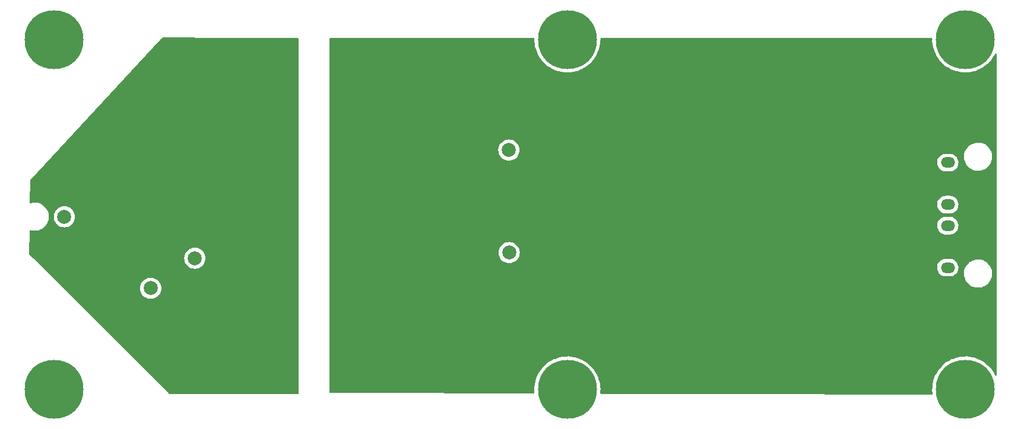
<source format=gbr>
%TF.GenerationSoftware,KiCad,Pcbnew,(6.0.7-1)-1*%
%TF.CreationDate,2022-12-12T00:26:17-05:00*%
%TF.ProjectId,HVPCB,48565043-422e-46b6-9963-61645f706362,rev?*%
%TF.SameCoordinates,Original*%
%TF.FileFunction,Copper,L2,Bot*%
%TF.FilePolarity,Positive*%
%FSLAX46Y46*%
G04 Gerber Fmt 4.6, Leading zero omitted, Abs format (unit mm)*
G04 Created by KiCad (PCBNEW (6.0.7-1)-1) date 2022-12-12 00:26:17*
%MOMM*%
%LPD*%
G01*
G04 APERTURE LIST*
G04 Aperture macros list*
%AMRoundRect*
0 Rectangle with rounded corners*
0 $1 Rounding radius*
0 $2 $3 $4 $5 $6 $7 $8 $9 X,Y pos of 4 corners*
0 Add a 4 corners polygon primitive as box body*
4,1,4,$2,$3,$4,$5,$6,$7,$8,$9,$2,$3,0*
0 Add four circle primitives for the rounded corners*
1,1,$1+$1,$2,$3*
1,1,$1+$1,$4,$5*
1,1,$1+$1,$6,$7*
1,1,$1+$1,$8,$9*
0 Add four rect primitives between the rounded corners*
20,1,$1+$1,$2,$3,$4,$5,0*
20,1,$1+$1,$4,$5,$6,$7,0*
20,1,$1+$1,$6,$7,$8,$9,0*
20,1,$1+$1,$8,$9,$2,$3,0*%
G04 Aperture macros list end*
%TA.AperFunction,ComponentPad*%
%ADD10RoundRect,0.250001X-0.759999X0.499999X-0.759999X-0.499999X0.759999X-0.499999X0.759999X0.499999X0*%
%TD*%
%TA.AperFunction,ComponentPad*%
%ADD11O,2.020000X1.500000*%
%TD*%
%TA.AperFunction,WasherPad*%
%ADD12C,8.400000*%
%TD*%
%TA.AperFunction,ComponentPad*%
%ADD13C,2.000000*%
%TD*%
%TA.AperFunction,ViaPad*%
%ADD14C,0.800000*%
%TD*%
G04 APERTURE END LIST*
D10*
%TO.P,J1,1,Pin_1*%
%TO.N,GND*%
X211500000Y-83100000D03*
D11*
%TO.P,J1,2,Pin_2*%
%TO.N,+5V*%
X211500000Y-86100000D03*
%TO.P,J1,3,Pin_3*%
%TO.N,GND*%
X211500000Y-89100000D03*
%TO.P,J1,4,Pin_4*%
%TO.N,R_TSAL*%
X211500000Y-92100000D03*
%TO.P,J1,5,Pin_5*%
%TO.N,G_TSAL*%
X211500000Y-95100000D03*
%TO.P,J1,6,Pin_6*%
%TO.N,GND*%
X211500000Y-98100000D03*
%TO.P,J1,7,Pin_7*%
%TO.N,HV_STATUS*%
X211500000Y-101100000D03*
%TO.P,J1,8,Pin_8*%
%TO.N,GND*%
X211500000Y-104100000D03*
%TD*%
D12*
%TO.P,H4,*%
%TO.N,*%
X157250000Y-68500000D03*
%TD*%
%TO.P,H2,*%
%TO.N,*%
X214000000Y-68500000D03*
%TD*%
%TO.P,H5,*%
%TO.N,*%
X84000000Y-68500000D03*
%TD*%
%TO.P,H3,*%
%TO.N,*%
X214000000Y-118500000D03*
%TD*%
D13*
%TO.P,TP2,1,1*%
%TO.N,/op_n{slash}i*%
X97819789Y-104050477D03*
%TD*%
%TO.P,U14,1,1*%
%TO.N,HV+*%
X85504013Y-93825527D03*
%TO.P,U14,2,2*%
%TO.N,HV-*%
X88504013Y-93825527D03*
%TD*%
D12*
%TO.P,H1,*%
%TO.N,*%
X84000000Y-118500000D03*
%TD*%
D13*
%TO.P,TP3,1,1*%
%TO.N,/op_out*%
X104119789Y-99750477D03*
%TD*%
D12*
%TO.P,H6,*%
%TO.N,*%
X157250000Y-118500000D03*
%TD*%
D13*
%TO.P,TP4,1,1*%
%TO.N,HV_STATUS*%
X148950000Y-98950000D03*
%TD*%
%TO.P,TP5,1,1*%
%TO.N,/TRIG*%
X148900000Y-84300000D03*
%TD*%
D14*
%TO.N,GND*%
X214900000Y-97000000D03*
X157500000Y-97800000D03*
X157500000Y-86200000D03*
X185000000Y-100000000D03*
X177500000Y-85000000D03*
X125000000Y-85000000D03*
X170000000Y-77500000D03*
X207500000Y-85000000D03*
X185000000Y-92500000D03*
X170000000Y-85000000D03*
X147500000Y-107500000D03*
X147500000Y-115000000D03*
X207500000Y-107500000D03*
X170000000Y-107500000D03*
X177500000Y-77500000D03*
X139700000Y-90600000D03*
X162500000Y-92500000D03*
X170000000Y-100000000D03*
X192500000Y-115000000D03*
X192500000Y-100000000D03*
X192500000Y-85000000D03*
X215000000Y-92500000D03*
X155000000Y-107500000D03*
X207500000Y-77500000D03*
X162500000Y-85000000D03*
X132500000Y-70000000D03*
X140000000Y-115000000D03*
X192500000Y-70000000D03*
X132500000Y-92500000D03*
X132500000Y-85000000D03*
X147500000Y-92500000D03*
X140000000Y-70000000D03*
X200000000Y-115000000D03*
X170000000Y-92500000D03*
X192500000Y-107500000D03*
X125000000Y-70000000D03*
X177500000Y-115000000D03*
X125000000Y-115000000D03*
X200000000Y-85000000D03*
X200000000Y-92500000D03*
X207500000Y-115000000D03*
X200000000Y-70000000D03*
X177500000Y-92500000D03*
X177500000Y-107500000D03*
X132500000Y-115000000D03*
X200000000Y-100000000D03*
X132500000Y-107500000D03*
X185000000Y-70000000D03*
X162500000Y-107500000D03*
X185000000Y-115000000D03*
X125000000Y-100000000D03*
X125000000Y-92500000D03*
X185000000Y-77500000D03*
X170000000Y-70000000D03*
X200000000Y-107500000D03*
X155000000Y-92500000D03*
X185000000Y-107500000D03*
X170000000Y-115000000D03*
X162500000Y-115000000D03*
X207500000Y-100000000D03*
X192500000Y-92500000D03*
X192500000Y-77500000D03*
X125000000Y-77500000D03*
X147500000Y-70000000D03*
X132500000Y-100000000D03*
X207500000Y-92500000D03*
X177500000Y-100000000D03*
X185000000Y-85000000D03*
X162500000Y-70000000D03*
X200000000Y-77500000D03*
X207500000Y-70000000D03*
X177500000Y-70000000D03*
%TO.N,HV-*%
X102500000Y-70000000D03*
X110000000Y-77500000D03*
X117500000Y-77500000D03*
X102900000Y-84900000D03*
X107769789Y-95200477D03*
X117500000Y-70000000D03*
X108300000Y-86700000D03*
X87500000Y-85000000D03*
X107769789Y-104000477D03*
X95000000Y-85000000D03*
X110000000Y-117500000D03*
X94900000Y-94000000D03*
X107769789Y-99000477D03*
X117500000Y-117500000D03*
X110000000Y-70000000D03*
X117500000Y-92500000D03*
X117500000Y-102500000D03*
X117500000Y-85000000D03*
X105269789Y-86500477D03*
X108400000Y-84600000D03*
%TD*%
%TA.AperFunction,Conductor*%
%TO.N,HV-*%
G36*
X108469340Y-68245955D02*
G01*
X118774653Y-68299351D01*
X118842669Y-68319705D01*
X118888883Y-68373601D01*
X118900000Y-68425349D01*
X118900000Y-119074000D01*
X118879998Y-119142121D01*
X118826342Y-119188614D01*
X118774000Y-119200000D01*
X100552190Y-119200000D01*
X100484069Y-119179998D01*
X100463095Y-119163095D01*
X85350477Y-104050477D01*
X96306624Y-104050477D01*
X96325254Y-104287188D01*
X96380684Y-104518071D01*
X96471549Y-104737440D01*
X96474135Y-104741660D01*
X96593030Y-104935679D01*
X96593034Y-104935685D01*
X96595613Y-104939893D01*
X96749820Y-105120446D01*
X96930373Y-105274653D01*
X96934581Y-105277232D01*
X96934587Y-105277236D01*
X97128606Y-105396131D01*
X97132826Y-105398717D01*
X97137396Y-105400610D01*
X97137400Y-105400612D01*
X97347622Y-105487688D01*
X97352195Y-105489582D01*
X97432398Y-105508837D01*
X97578265Y-105543857D01*
X97578271Y-105543858D01*
X97583078Y-105545012D01*
X97819789Y-105563642D01*
X98056500Y-105545012D01*
X98061307Y-105543858D01*
X98061313Y-105543857D01*
X98207180Y-105508837D01*
X98287383Y-105489582D01*
X98291956Y-105487688D01*
X98502178Y-105400612D01*
X98502182Y-105400610D01*
X98506752Y-105398717D01*
X98510972Y-105396131D01*
X98704991Y-105277236D01*
X98704997Y-105277232D01*
X98709205Y-105274653D01*
X98889758Y-105120446D01*
X99043965Y-104939893D01*
X99046544Y-104935685D01*
X99046548Y-104935679D01*
X99165443Y-104741660D01*
X99168029Y-104737440D01*
X99258894Y-104518071D01*
X99314324Y-104287188D01*
X99332954Y-104050477D01*
X99314324Y-103813766D01*
X99258894Y-103582883D01*
X99168029Y-103363514D01*
X99165443Y-103359294D01*
X99046548Y-103165275D01*
X99046544Y-103165269D01*
X99043965Y-103161061D01*
X98889758Y-102980508D01*
X98709205Y-102826301D01*
X98704997Y-102823722D01*
X98704991Y-102823718D01*
X98510972Y-102704823D01*
X98506752Y-102702237D01*
X98502182Y-102700344D01*
X98502178Y-102700342D01*
X98291956Y-102613266D01*
X98291954Y-102613265D01*
X98287383Y-102611372D01*
X98207180Y-102592117D01*
X98061313Y-102557097D01*
X98061307Y-102557096D01*
X98056500Y-102555942D01*
X97819789Y-102537312D01*
X97583078Y-102555942D01*
X97578271Y-102557096D01*
X97578265Y-102557097D01*
X97432398Y-102592117D01*
X97352195Y-102611372D01*
X97347624Y-102613265D01*
X97347622Y-102613266D01*
X97137400Y-102700342D01*
X97137396Y-102700344D01*
X97132826Y-102702237D01*
X97128606Y-102704823D01*
X96934587Y-102823718D01*
X96934581Y-102823722D01*
X96930373Y-102826301D01*
X96749820Y-102980508D01*
X96595613Y-103161061D01*
X96593034Y-103165269D01*
X96593030Y-103165275D01*
X96474135Y-103359294D01*
X96471549Y-103363514D01*
X96380684Y-103582883D01*
X96325254Y-103813766D01*
X96306624Y-104050477D01*
X85350477Y-104050477D01*
X81050477Y-99750477D01*
X102606624Y-99750477D01*
X102625254Y-99987188D01*
X102680684Y-100218071D01*
X102771549Y-100437440D01*
X102774135Y-100441660D01*
X102893030Y-100635679D01*
X102893034Y-100635685D01*
X102895613Y-100639893D01*
X103049820Y-100820446D01*
X103230373Y-100974653D01*
X103234581Y-100977232D01*
X103234587Y-100977236D01*
X103428606Y-101096131D01*
X103432826Y-101098717D01*
X103437396Y-101100610D01*
X103437400Y-101100612D01*
X103647622Y-101187688D01*
X103652195Y-101189582D01*
X103732398Y-101208837D01*
X103878265Y-101243857D01*
X103878271Y-101243858D01*
X103883078Y-101245012D01*
X104119789Y-101263642D01*
X104356500Y-101245012D01*
X104361307Y-101243858D01*
X104361313Y-101243857D01*
X104507180Y-101208837D01*
X104587383Y-101189582D01*
X104591956Y-101187688D01*
X104802178Y-101100612D01*
X104802182Y-101100610D01*
X104806752Y-101098717D01*
X104810972Y-101096131D01*
X105004991Y-100977236D01*
X105004997Y-100977232D01*
X105009205Y-100974653D01*
X105189758Y-100820446D01*
X105343965Y-100639893D01*
X105346544Y-100635685D01*
X105346548Y-100635679D01*
X105465443Y-100441660D01*
X105468029Y-100437440D01*
X105558894Y-100218071D01*
X105614324Y-99987188D01*
X105632954Y-99750477D01*
X105614324Y-99513766D01*
X105558894Y-99282883D01*
X105540054Y-99237398D01*
X105469924Y-99068088D01*
X105469922Y-99068084D01*
X105468029Y-99063514D01*
X105465443Y-99059294D01*
X105346548Y-98865275D01*
X105346544Y-98865269D01*
X105343965Y-98861061D01*
X105189758Y-98680508D01*
X105009205Y-98526301D01*
X105004997Y-98523722D01*
X105004991Y-98523718D01*
X104810972Y-98404823D01*
X104806752Y-98402237D01*
X104802182Y-98400344D01*
X104802178Y-98400342D01*
X104591956Y-98313266D01*
X104591954Y-98313265D01*
X104587383Y-98311372D01*
X104507180Y-98292117D01*
X104361313Y-98257097D01*
X104361307Y-98257096D01*
X104356500Y-98255942D01*
X104119789Y-98237312D01*
X103883078Y-98255942D01*
X103878271Y-98257096D01*
X103878265Y-98257097D01*
X103732398Y-98292117D01*
X103652195Y-98311372D01*
X103647624Y-98313265D01*
X103647622Y-98313266D01*
X103437400Y-98400342D01*
X103437396Y-98400344D01*
X103432826Y-98402237D01*
X103428606Y-98404823D01*
X103234587Y-98523718D01*
X103234581Y-98523722D01*
X103230373Y-98526301D01*
X103049820Y-98680508D01*
X102895613Y-98861061D01*
X102893034Y-98865269D01*
X102893030Y-98865275D01*
X102774135Y-99059294D01*
X102771549Y-99063514D01*
X102769656Y-99068084D01*
X102769654Y-99068088D01*
X102699524Y-99237398D01*
X102680684Y-99282883D01*
X102625254Y-99513766D01*
X102606624Y-99750477D01*
X81050477Y-99750477D01*
X80537398Y-99237398D01*
X80503372Y-99175086D01*
X80500499Y-99147114D01*
X80531433Y-95868090D01*
X80552076Y-95800161D01*
X80606168Y-95754177D01*
X80676534Y-95744736D01*
X80692157Y-95748160D01*
X80736713Y-95760936D01*
X80855279Y-95794934D01*
X80859629Y-95795545D01*
X80859632Y-95795546D01*
X80962579Y-95810014D01*
X81133441Y-95834027D01*
X81344035Y-95834027D01*
X81346221Y-95833874D01*
X81346225Y-95833874D01*
X81549716Y-95819645D01*
X81549721Y-95819644D01*
X81554101Y-95819338D01*
X81828859Y-95760936D01*
X81832988Y-95759433D01*
X81832992Y-95759432D01*
X82088670Y-95666373D01*
X82088674Y-95666371D01*
X82092815Y-95664864D01*
X82340831Y-95532991D01*
X82344392Y-95530404D01*
X82564518Y-95370474D01*
X82564521Y-95370471D01*
X82568081Y-95367885D01*
X82617202Y-95320450D01*
X82766976Y-95175814D01*
X82770141Y-95172758D01*
X82943077Y-94951409D01*
X82945273Y-94947605D01*
X82945278Y-94947598D01*
X83081324Y-94711958D01*
X83083525Y-94708146D01*
X83188751Y-94447703D01*
X83227293Y-94293121D01*
X83255642Y-94179420D01*
X83255643Y-94179415D01*
X83256706Y-94175151D01*
X83268574Y-94062238D01*
X83285608Y-93900163D01*
X83285608Y-93900160D01*
X83286067Y-93895794D01*
X83285914Y-93891400D01*
X83283614Y-93825527D01*
X83990848Y-93825527D01*
X84009478Y-94062238D01*
X84064908Y-94293121D01*
X84066801Y-94297692D01*
X84066802Y-94297694D01*
X84130629Y-94451786D01*
X84155773Y-94512490D01*
X84158359Y-94516710D01*
X84277254Y-94710729D01*
X84277258Y-94710735D01*
X84279837Y-94714943D01*
X84434044Y-94895496D01*
X84614597Y-95049703D01*
X84618805Y-95052282D01*
X84618811Y-95052286D01*
X84809746Y-95169291D01*
X84817050Y-95173767D01*
X84821620Y-95175660D01*
X84821624Y-95175662D01*
X85031846Y-95262738D01*
X85036419Y-95264632D01*
X85074811Y-95273849D01*
X85262489Y-95318907D01*
X85262495Y-95318908D01*
X85267302Y-95320062D01*
X85504013Y-95338692D01*
X85740724Y-95320062D01*
X85745531Y-95318908D01*
X85745537Y-95318907D01*
X85933215Y-95273849D01*
X85971607Y-95264632D01*
X85976180Y-95262738D01*
X86186402Y-95175662D01*
X86186406Y-95175660D01*
X86190976Y-95173767D01*
X86198280Y-95169291D01*
X86389215Y-95052286D01*
X86389221Y-95052282D01*
X86393429Y-95049703D01*
X86573982Y-94895496D01*
X86728189Y-94714943D01*
X86730768Y-94710735D01*
X86730772Y-94710729D01*
X86849667Y-94516710D01*
X86852253Y-94512490D01*
X86877398Y-94451786D01*
X86941224Y-94297694D01*
X86941225Y-94297692D01*
X86943118Y-94293121D01*
X86998548Y-94062238D01*
X87017178Y-93825527D01*
X86998548Y-93588816D01*
X86943118Y-93357933D01*
X86941224Y-93353360D01*
X86854148Y-93143138D01*
X86854146Y-93143134D01*
X86852253Y-93138564D01*
X86849667Y-93134344D01*
X86730772Y-92940325D01*
X86730768Y-92940319D01*
X86728189Y-92936111D01*
X86573982Y-92755558D01*
X86393429Y-92601351D01*
X86389221Y-92598772D01*
X86389215Y-92598768D01*
X86195196Y-92479873D01*
X86190976Y-92477287D01*
X86186406Y-92475394D01*
X86186402Y-92475392D01*
X85976180Y-92388316D01*
X85976178Y-92388315D01*
X85971607Y-92386422D01*
X85891404Y-92367167D01*
X85745537Y-92332147D01*
X85745531Y-92332146D01*
X85740724Y-92330992D01*
X85504013Y-92312362D01*
X85267302Y-92330992D01*
X85262495Y-92332146D01*
X85262489Y-92332147D01*
X85116622Y-92367167D01*
X85036419Y-92386422D01*
X85031848Y-92388315D01*
X85031846Y-92388316D01*
X84821624Y-92475392D01*
X84821620Y-92475394D01*
X84817050Y-92477287D01*
X84812830Y-92479873D01*
X84618811Y-92598768D01*
X84618805Y-92598772D01*
X84614597Y-92601351D01*
X84434044Y-92755558D01*
X84279837Y-92936111D01*
X84277258Y-92940319D01*
X84277254Y-92940325D01*
X84158359Y-93134344D01*
X84155773Y-93138564D01*
X84153880Y-93143134D01*
X84153878Y-93143138D01*
X84066802Y-93353360D01*
X84064908Y-93357933D01*
X84009478Y-93588816D01*
X83990848Y-93825527D01*
X83283614Y-93825527D01*
X83276418Y-93619466D01*
X83276417Y-93619460D01*
X83276264Y-93615069D01*
X83270787Y-93584003D01*
X83244519Y-93435033D01*
X83227487Y-93338440D01*
X83140686Y-93071292D01*
X83017549Y-92818825D01*
X83015094Y-92815186D01*
X83015091Y-92815180D01*
X82869119Y-92598768D01*
X82860474Y-92585951D01*
X82672518Y-92377205D01*
X82457339Y-92196648D01*
X82219125Y-92047796D01*
X81962514Y-91933545D01*
X81692499Y-91856120D01*
X81688149Y-91855509D01*
X81688146Y-91855508D01*
X81585199Y-91841040D01*
X81414337Y-91817027D01*
X81203743Y-91817027D01*
X81201557Y-91817180D01*
X81201553Y-91817180D01*
X80998062Y-91831409D01*
X80998057Y-91831410D01*
X80993677Y-91831716D01*
X80989383Y-91832629D01*
X80989381Y-91832629D01*
X80722332Y-91889392D01*
X80651541Y-91883990D01*
X80594908Y-91841173D01*
X80570415Y-91774535D01*
X80570142Y-91764980D01*
X80599541Y-88648667D01*
X80620184Y-88580738D01*
X80633056Y-88564278D01*
X99184407Y-68516850D01*
X99220533Y-68489733D01*
X99400000Y-68400000D01*
X99562825Y-68237175D01*
X99625137Y-68203149D01*
X99652569Y-68200272D01*
X108469340Y-68245955D01*
G37*
%TD.AperFunction*%
%TD*%
%TA.AperFunction,Conductor*%
%TO.N,GND*%
G36*
X152483954Y-68320002D02*
G01*
X152530447Y-68373658D01*
X152541826Y-68427320D01*
X152540049Y-68596957D01*
X152539342Y-68664500D01*
X152573639Y-69090762D01*
X152646427Y-69512161D01*
X152757108Y-69925229D01*
X152904771Y-70326566D01*
X152905996Y-70329146D01*
X152905999Y-70329153D01*
X153060507Y-70654544D01*
X153088201Y-70712868D01*
X153210783Y-70920142D01*
X153271705Y-71023156D01*
X153305887Y-71080955D01*
X153307549Y-71083259D01*
X153307550Y-71083261D01*
X153520211Y-71378122D01*
X153556038Y-71427798D01*
X153836595Y-71750542D01*
X153838655Y-71752517D01*
X154143192Y-72044558D01*
X154143200Y-72044565D01*
X154145248Y-72046529D01*
X154147466Y-72048299D01*
X154147471Y-72048304D01*
X154312353Y-72179927D01*
X154479457Y-72313325D01*
X154481838Y-72314895D01*
X154784768Y-72514640D01*
X154836471Y-72548732D01*
X155213351Y-72750814D01*
X155606996Y-72917906D01*
X155609705Y-72918776D01*
X155609711Y-72918778D01*
X156011438Y-73047758D01*
X156011442Y-73047759D01*
X156014164Y-73048633D01*
X156431504Y-73141920D01*
X156855582Y-73196998D01*
X157282906Y-73213414D01*
X157285768Y-73213264D01*
X157285769Y-73213264D01*
X157707104Y-73191183D01*
X157707111Y-73191182D01*
X157709960Y-73191033D01*
X157712783Y-73190626D01*
X157712785Y-73190626D01*
X158130405Y-73130446D01*
X158130412Y-73130445D01*
X158133227Y-73130039D01*
X158549225Y-73030935D01*
X158551923Y-73030027D01*
X158551930Y-73030025D01*
X158951816Y-72895448D01*
X158951822Y-72895446D01*
X158954528Y-72894535D01*
X159345801Y-72721963D01*
X159658319Y-72548732D01*
X159717321Y-72516027D01*
X159717323Y-72516026D01*
X159719823Y-72514640D01*
X160073515Y-72274271D01*
X160403967Y-72002835D01*
X160406004Y-72000826D01*
X160406012Y-72000819D01*
X160553082Y-71855787D01*
X160708457Y-71702566D01*
X160940654Y-71427798D01*
X160982634Y-71378122D01*
X160982639Y-71378116D01*
X160984480Y-71375937D01*
X161229764Y-71025635D01*
X161442290Y-70654544D01*
X161620308Y-70265719D01*
X161762353Y-69862360D01*
X161763055Y-69859586D01*
X161866553Y-69450566D01*
X161866554Y-69450562D01*
X161867256Y-69447787D01*
X161934154Y-69025412D01*
X161941109Y-68920704D01*
X161962379Y-68600464D01*
X161962379Y-68600453D01*
X161962495Y-68598713D01*
X161963529Y-68500000D01*
X161960428Y-68431715D01*
X161977319Y-68362758D01*
X162028810Y-68313879D01*
X162086298Y-68300000D01*
X209165833Y-68300000D01*
X209233954Y-68320002D01*
X209280447Y-68373658D01*
X209291826Y-68427320D01*
X209290049Y-68596957D01*
X209289342Y-68664500D01*
X209323639Y-69090762D01*
X209396427Y-69512161D01*
X209507108Y-69925229D01*
X209654771Y-70326566D01*
X209655996Y-70329146D01*
X209655999Y-70329153D01*
X209810507Y-70654544D01*
X209838201Y-70712868D01*
X209960783Y-70920143D01*
X210021705Y-71023156D01*
X210055887Y-71080955D01*
X210057549Y-71083259D01*
X210057550Y-71083261D01*
X210270211Y-71378122D01*
X210306038Y-71427798D01*
X210586595Y-71750542D01*
X210588655Y-71752517D01*
X210893192Y-72044558D01*
X210893200Y-72044565D01*
X210895248Y-72046529D01*
X210897466Y-72048299D01*
X210897471Y-72048304D01*
X211062353Y-72179927D01*
X211229457Y-72313325D01*
X211231838Y-72314895D01*
X211534768Y-72514640D01*
X211586471Y-72548732D01*
X211963351Y-72750814D01*
X212356996Y-72917906D01*
X212359705Y-72918776D01*
X212359711Y-72918778D01*
X212761438Y-73047758D01*
X212761442Y-73047759D01*
X212764164Y-73048633D01*
X213181504Y-73141920D01*
X213605582Y-73196998D01*
X214032906Y-73213414D01*
X214035768Y-73213264D01*
X214035769Y-73213264D01*
X214457104Y-73191183D01*
X214457111Y-73191182D01*
X214459960Y-73191033D01*
X214462783Y-73190626D01*
X214462785Y-73190626D01*
X214880405Y-73130446D01*
X214880412Y-73130445D01*
X214883227Y-73130039D01*
X215299225Y-73030935D01*
X215301923Y-73030027D01*
X215301930Y-73030025D01*
X215701816Y-72895448D01*
X215701822Y-72895446D01*
X215704528Y-72894535D01*
X216095801Y-72721963D01*
X216408319Y-72548732D01*
X216467321Y-72516027D01*
X216467323Y-72516026D01*
X216469823Y-72514640D01*
X216823515Y-72274271D01*
X217153967Y-72002835D01*
X217156004Y-72000826D01*
X217156012Y-72000819D01*
X217303082Y-71855787D01*
X217458457Y-71702566D01*
X217690654Y-71427798D01*
X217732634Y-71378122D01*
X217732639Y-71378116D01*
X217734480Y-71375937D01*
X217979764Y-71025635D01*
X218192290Y-70654544D01*
X218250936Y-70526450D01*
X218297480Y-70472838D01*
X218365620Y-70452901D01*
X218433722Y-70472968D01*
X218480163Y-70526668D01*
X218491500Y-70578901D01*
X218491500Y-116414583D01*
X218471498Y-116482704D01*
X218417842Y-116529197D01*
X218347568Y-116539301D01*
X218282988Y-116509807D01*
X218249863Y-116464623D01*
X218237631Y-116436356D01*
X218237627Y-116436348D01*
X218236492Y-116433725D01*
X218109311Y-116200459D01*
X218033154Y-116060777D01*
X218033150Y-116060770D01*
X218031784Y-116058265D01*
X217947809Y-115932824D01*
X217795482Y-115705280D01*
X217795474Y-115705269D01*
X217793890Y-115702903D01*
X217524768Y-115370565D01*
X217338175Y-115178686D01*
X217228623Y-115066031D01*
X217228619Y-115066027D01*
X217226633Y-115063985D01*
X217224475Y-115062135D01*
X217224465Y-115062126D01*
X216904112Y-114787551D01*
X216904107Y-114787547D01*
X216901938Y-114785688D01*
X216899607Y-114784031D01*
X216899600Y-114784026D01*
X216748658Y-114676758D01*
X216553357Y-114537965D01*
X216321696Y-114403135D01*
X216186232Y-114324293D01*
X216186227Y-114324290D01*
X216183759Y-114322854D01*
X216181173Y-114321648D01*
X216181167Y-114321645D01*
X215798782Y-114143335D01*
X215798772Y-114143331D01*
X215796186Y-114142125D01*
X215793489Y-114141154D01*
X215396518Y-113998236D01*
X215396509Y-113998233D01*
X215393828Y-113997268D01*
X215119908Y-113925917D01*
X214982767Y-113890194D01*
X214982761Y-113890193D01*
X214979998Y-113889473D01*
X214558101Y-113819628D01*
X214555258Y-113819419D01*
X214555256Y-113819419D01*
X214134455Y-113788518D01*
X214131609Y-113788309D01*
X213954108Y-113791407D01*
X213706886Y-113795722D01*
X213706881Y-113795722D01*
X213704035Y-113795772D01*
X213701202Y-113796080D01*
X213701198Y-113796080D01*
X213359564Y-113833194D01*
X213278897Y-113841957D01*
X212859694Y-113926483D01*
X212856961Y-113927298D01*
X212856956Y-113927299D01*
X212624670Y-113996547D01*
X212449878Y-114048655D01*
X212447217Y-114049719D01*
X212447215Y-114049720D01*
X212216185Y-114142125D01*
X212052820Y-114207466D01*
X212050273Y-114208764D01*
X211674334Y-114400314D01*
X211674329Y-114400317D01*
X211671791Y-114401610D01*
X211309925Y-114629489D01*
X210970202Y-114889227D01*
X210655418Y-115178686D01*
X210368163Y-115495484D01*
X210110804Y-115837012D01*
X210109305Y-115839430D01*
X210109302Y-115839434D01*
X209973621Y-116058265D01*
X209885456Y-116200459D01*
X209693977Y-116582835D01*
X209537941Y-116980991D01*
X209537149Y-116983718D01*
X209537145Y-116983729D01*
X209419431Y-117388907D01*
X209418634Y-117391651D01*
X209337036Y-117811433D01*
X209293821Y-118236884D01*
X209289342Y-118664500D01*
X209289571Y-118667345D01*
X209289571Y-118667348D01*
X209316752Y-119005164D01*
X209323639Y-119090762D01*
X209324126Y-119093580D01*
X209324126Y-119093582D01*
X209329462Y-119124472D01*
X209321347Y-119195004D01*
X209276388Y-119249951D01*
X209204941Y-119271917D01*
X178897957Y-119184806D01*
X162061066Y-119136411D01*
X161993003Y-119116214D01*
X161946664Y-119062425D01*
X161935705Y-119002062D01*
X161962379Y-118600464D01*
X161962379Y-118600453D01*
X161962495Y-118598713D01*
X161963529Y-118500000D01*
X161944130Y-118072801D01*
X161886093Y-117649118D01*
X161789895Y-117232439D01*
X161706351Y-116978337D01*
X161657223Y-116828915D01*
X161657223Y-116828914D01*
X161656328Y-116826193D01*
X161655197Y-116823579D01*
X161655193Y-116823569D01*
X161527806Y-116529197D01*
X161486492Y-116433725D01*
X161359311Y-116200459D01*
X161283154Y-116060777D01*
X161283150Y-116060770D01*
X161281784Y-116058265D01*
X161197809Y-115932824D01*
X161045482Y-115705280D01*
X161045474Y-115705269D01*
X161043890Y-115702903D01*
X160774768Y-115370565D01*
X160588175Y-115178686D01*
X160478623Y-115066031D01*
X160478619Y-115066027D01*
X160476633Y-115063985D01*
X160474475Y-115062135D01*
X160474465Y-115062126D01*
X160154112Y-114787551D01*
X160154107Y-114787547D01*
X160151938Y-114785688D01*
X160149607Y-114784031D01*
X160149600Y-114784026D01*
X159998658Y-114676758D01*
X159803357Y-114537965D01*
X159571696Y-114403135D01*
X159436232Y-114324293D01*
X159436227Y-114324290D01*
X159433759Y-114322854D01*
X159431173Y-114321648D01*
X159431167Y-114321645D01*
X159048782Y-114143335D01*
X159048772Y-114143331D01*
X159046186Y-114142125D01*
X159043489Y-114141154D01*
X158646518Y-113998236D01*
X158646509Y-113998233D01*
X158643828Y-113997268D01*
X158369908Y-113925917D01*
X158232767Y-113890194D01*
X158232761Y-113890193D01*
X158229998Y-113889473D01*
X157808101Y-113819628D01*
X157805258Y-113819419D01*
X157805256Y-113819419D01*
X157384455Y-113788518D01*
X157381609Y-113788309D01*
X157204108Y-113791407D01*
X156956886Y-113795722D01*
X156956881Y-113795722D01*
X156954035Y-113795772D01*
X156951202Y-113796080D01*
X156951198Y-113796080D01*
X156609564Y-113833194D01*
X156528897Y-113841957D01*
X156109694Y-113926483D01*
X156106961Y-113927298D01*
X156106956Y-113927299D01*
X155874670Y-113996547D01*
X155699878Y-114048655D01*
X155697217Y-114049719D01*
X155697215Y-114049720D01*
X155466185Y-114142125D01*
X155302820Y-114207466D01*
X155300273Y-114208764D01*
X154924334Y-114400314D01*
X154924329Y-114400317D01*
X154921791Y-114401610D01*
X154559925Y-114629489D01*
X154220202Y-114889227D01*
X153905418Y-115178686D01*
X153618163Y-115495484D01*
X153360804Y-115837012D01*
X153359305Y-115839430D01*
X153359302Y-115839434D01*
X153223621Y-116058265D01*
X153135456Y-116200459D01*
X152943977Y-116582835D01*
X152787941Y-116980991D01*
X152787149Y-116983718D01*
X152787145Y-116983729D01*
X152669431Y-117388907D01*
X152668634Y-117391651D01*
X152587036Y-117811433D01*
X152543821Y-118236884D01*
X152539342Y-118664500D01*
X152539571Y-118667345D01*
X152539571Y-118667348D01*
X152564136Y-118972649D01*
X152549662Y-119042154D01*
X152499908Y-119092800D01*
X152438183Y-119108752D01*
X127127611Y-119036002D01*
X123425638Y-119025361D01*
X123357575Y-119005164D01*
X123311236Y-118951375D01*
X123300000Y-118899362D01*
X123300000Y-101139690D01*
X209977037Y-101139690D01*
X210004025Y-101362715D01*
X210070082Y-101577435D01*
X210072652Y-101582415D01*
X210072654Y-101582419D01*
X210153751Y-101739542D01*
X210173118Y-101777064D01*
X210309877Y-101955292D01*
X210476036Y-102106485D01*
X210480783Y-102109463D01*
X210480786Y-102109465D01*
X210609229Y-102190036D01*
X210666344Y-102225864D01*
X210874783Y-102309656D01*
X211094767Y-102355213D01*
X211099378Y-102355479D01*
X211099379Y-102355479D01*
X211149952Y-102358395D01*
X211149956Y-102358395D01*
X211151775Y-102358500D01*
X211816999Y-102358500D01*
X211819786Y-102358251D01*
X211819792Y-102358251D01*
X211889929Y-102351991D01*
X211983762Y-102343617D01*
X211989176Y-102342136D01*
X211989181Y-102342135D01*
X212128967Y-102303893D01*
X212200451Y-102284337D01*
X212205509Y-102281925D01*
X212205513Y-102281923D01*
X212323042Y-102225864D01*
X212403218Y-102187622D01*
X212585654Y-102056529D01*
X212741992Y-101895201D01*
X212752386Y-101879733D01*
X213807822Y-101879733D01*
X213807975Y-101884121D01*
X213807975Y-101884127D01*
X213813996Y-102056529D01*
X213817625Y-102160458D01*
X213818387Y-102164781D01*
X213818388Y-102164788D01*
X213844133Y-102310795D01*
X213866402Y-102437087D01*
X213953203Y-102704235D01*
X214076340Y-102956702D01*
X214078795Y-102960341D01*
X214078798Y-102960347D01*
X214151890Y-103068710D01*
X214233415Y-103189576D01*
X214421371Y-103398322D01*
X214636550Y-103578879D01*
X214874764Y-103727731D01*
X215131375Y-103841982D01*
X215401390Y-103919407D01*
X215405740Y-103920018D01*
X215405743Y-103920019D01*
X215508690Y-103934487D01*
X215679552Y-103958500D01*
X215890146Y-103958500D01*
X215892332Y-103958347D01*
X215892336Y-103958347D01*
X216095827Y-103944118D01*
X216095832Y-103944117D01*
X216100212Y-103943811D01*
X216374970Y-103885409D01*
X216379099Y-103883906D01*
X216379103Y-103883905D01*
X216634781Y-103790846D01*
X216634785Y-103790844D01*
X216638926Y-103789337D01*
X216886942Y-103657464D01*
X216991896Y-103581211D01*
X217110629Y-103494947D01*
X217110632Y-103494944D01*
X217114192Y-103492358D01*
X217316252Y-103297231D01*
X217489188Y-103075882D01*
X217491384Y-103072078D01*
X217491389Y-103072071D01*
X217627435Y-102836431D01*
X217629636Y-102832619D01*
X217734862Y-102572176D01*
X217768544Y-102437087D01*
X217801753Y-102303893D01*
X217801754Y-102303888D01*
X217802817Y-102299624D01*
X217804269Y-102285817D01*
X217831719Y-102024636D01*
X217831719Y-102024633D01*
X217832178Y-102020267D01*
X217829754Y-101950847D01*
X217822529Y-101743939D01*
X217822528Y-101743933D01*
X217822375Y-101739542D01*
X217816944Y-101708738D01*
X217774360Y-101467236D01*
X217773598Y-101462913D01*
X217686797Y-101195765D01*
X217659448Y-101139690D01*
X217618010Y-101054732D01*
X217563660Y-100943298D01*
X217561205Y-100939659D01*
X217561202Y-100939653D01*
X217480935Y-100820653D01*
X217406585Y-100710424D01*
X217218629Y-100501678D01*
X217003450Y-100321121D01*
X216765236Y-100172269D01*
X216508625Y-100058018D01*
X216238610Y-99980593D01*
X216234260Y-99979982D01*
X216234257Y-99979981D01*
X216131310Y-99965513D01*
X215960448Y-99941500D01*
X215749854Y-99941500D01*
X215747668Y-99941653D01*
X215747664Y-99941653D01*
X215544173Y-99955882D01*
X215544168Y-99955883D01*
X215539788Y-99956189D01*
X215265030Y-100014591D01*
X215260901Y-100016094D01*
X215260897Y-100016095D01*
X215005219Y-100109154D01*
X215005215Y-100109156D01*
X215001074Y-100110663D01*
X214753058Y-100242536D01*
X214749499Y-100245122D01*
X214749497Y-100245123D01*
X214644895Y-100321121D01*
X214525808Y-100407642D01*
X214522644Y-100410698D01*
X214522641Y-100410700D01*
X214488800Y-100443380D01*
X214323748Y-100602769D01*
X214150812Y-100824118D01*
X214148616Y-100827922D01*
X214148611Y-100827929D01*
X214034794Y-101025067D01*
X214010364Y-101067381D01*
X213905138Y-101327824D01*
X213904073Y-101332097D01*
X213904072Y-101332099D01*
X213842903Y-101577435D01*
X213837183Y-101600376D01*
X213836724Y-101604744D01*
X213836723Y-101604749D01*
X213818145Y-101781512D01*
X213807822Y-101879733D01*
X212752386Y-101879733D01*
X212867290Y-101708738D01*
X212957588Y-101503033D01*
X213000633Y-101323741D01*
X213008722Y-101290046D01*
X213008722Y-101290045D01*
X213010032Y-101284589D01*
X213022320Y-101071461D01*
X213022640Y-101065917D01*
X213022640Y-101065914D01*
X213022963Y-101060310D01*
X212995975Y-100837285D01*
X212929918Y-100622565D01*
X212918124Y-100599713D01*
X212829454Y-100427919D01*
X212829454Y-100427918D01*
X212826882Y-100422936D01*
X212690123Y-100244708D01*
X212523964Y-100093515D01*
X212519217Y-100090537D01*
X212519214Y-100090535D01*
X212338405Y-99977115D01*
X212333656Y-99974136D01*
X212125217Y-99890344D01*
X211905233Y-99844787D01*
X211900622Y-99844521D01*
X211900621Y-99844521D01*
X211850048Y-99841605D01*
X211850044Y-99841605D01*
X211848225Y-99841500D01*
X211183001Y-99841500D01*
X211180214Y-99841749D01*
X211180208Y-99841749D01*
X211110071Y-99848009D01*
X211016238Y-99856383D01*
X211010824Y-99857864D01*
X211010819Y-99857865D01*
X210896262Y-99889205D01*
X210799549Y-99915663D01*
X210794491Y-99918075D01*
X210794487Y-99918077D01*
X210712670Y-99957102D01*
X210596782Y-100012378D01*
X210414346Y-100143471D01*
X210386439Y-100172269D01*
X210262528Y-100300135D01*
X210258008Y-100304799D01*
X210132710Y-100491262D01*
X210042412Y-100696967D01*
X210041103Y-100702418D01*
X210041102Y-100702422D01*
X210010012Y-100831923D01*
X209989968Y-100915411D01*
X209977037Y-101139690D01*
X123300000Y-101139690D01*
X123300000Y-98950000D01*
X147436835Y-98950000D01*
X147455465Y-99186711D01*
X147510895Y-99417594D01*
X147601760Y-99636963D01*
X147604346Y-99641183D01*
X147723241Y-99835202D01*
X147723245Y-99835208D01*
X147725824Y-99839416D01*
X147880031Y-100019969D01*
X148060584Y-100174176D01*
X148064792Y-100176755D01*
X148064798Y-100176759D01*
X148258817Y-100295654D01*
X148263037Y-100298240D01*
X148267607Y-100300133D01*
X148267611Y-100300135D01*
X148325104Y-100323949D01*
X148482406Y-100389105D01*
X148559618Y-100407642D01*
X148708476Y-100443380D01*
X148708482Y-100443381D01*
X148713289Y-100444535D01*
X148950000Y-100463165D01*
X149186711Y-100444535D01*
X149191518Y-100443381D01*
X149191524Y-100443380D01*
X149340382Y-100407642D01*
X149417594Y-100389105D01*
X149574896Y-100323949D01*
X149632389Y-100300135D01*
X149632393Y-100300133D01*
X149636963Y-100298240D01*
X149641183Y-100295654D01*
X149835202Y-100176759D01*
X149835208Y-100176755D01*
X149839416Y-100174176D01*
X150019969Y-100019969D01*
X150174176Y-99839416D01*
X150176755Y-99835208D01*
X150176759Y-99835202D01*
X150295654Y-99641183D01*
X150298240Y-99636963D01*
X150389105Y-99417594D01*
X150444535Y-99186711D01*
X150463165Y-98950000D01*
X150444535Y-98713289D01*
X150389105Y-98482406D01*
X150298240Y-98263037D01*
X150295654Y-98258817D01*
X150176759Y-98064798D01*
X150176755Y-98064792D01*
X150174176Y-98060584D01*
X150019969Y-97880031D01*
X149839416Y-97725824D01*
X149835208Y-97723245D01*
X149835202Y-97723241D01*
X149641183Y-97604346D01*
X149636963Y-97601760D01*
X149632393Y-97599867D01*
X149632389Y-97599865D01*
X149422167Y-97512789D01*
X149422165Y-97512788D01*
X149417594Y-97510895D01*
X149337391Y-97491640D01*
X149191524Y-97456620D01*
X149191518Y-97456619D01*
X149186711Y-97455465D01*
X148950000Y-97436835D01*
X148713289Y-97455465D01*
X148708482Y-97456619D01*
X148708476Y-97456620D01*
X148562609Y-97491640D01*
X148482406Y-97510895D01*
X148477835Y-97512788D01*
X148477833Y-97512789D01*
X148267611Y-97599865D01*
X148267607Y-97599867D01*
X148263037Y-97601760D01*
X148258817Y-97604346D01*
X148064798Y-97723241D01*
X148064792Y-97723245D01*
X148060584Y-97725824D01*
X147880031Y-97880031D01*
X147725824Y-98060584D01*
X147723245Y-98064792D01*
X147723241Y-98064798D01*
X147604346Y-98258817D01*
X147601760Y-98263037D01*
X147510895Y-98482406D01*
X147455465Y-98713289D01*
X147436835Y-98950000D01*
X123300000Y-98950000D01*
X123300000Y-95139690D01*
X209977037Y-95139690D01*
X210004025Y-95362715D01*
X210070082Y-95577435D01*
X210072652Y-95582415D01*
X210072654Y-95582419D01*
X210137852Y-95708738D01*
X210173118Y-95777064D01*
X210309877Y-95955292D01*
X210476036Y-96106485D01*
X210480783Y-96109463D01*
X210480786Y-96109465D01*
X210609229Y-96190036D01*
X210666344Y-96225864D01*
X210874783Y-96309656D01*
X211094767Y-96355213D01*
X211099378Y-96355479D01*
X211099379Y-96355479D01*
X211149952Y-96358395D01*
X211149956Y-96358395D01*
X211151775Y-96358500D01*
X211816999Y-96358500D01*
X211819786Y-96358251D01*
X211819792Y-96358251D01*
X211889929Y-96351991D01*
X211983762Y-96343617D01*
X211989176Y-96342136D01*
X211989181Y-96342135D01*
X212116912Y-96307191D01*
X212200451Y-96284337D01*
X212205509Y-96281925D01*
X212205513Y-96281923D01*
X212323042Y-96225864D01*
X212403218Y-96187622D01*
X212585654Y-96056529D01*
X212741992Y-95895201D01*
X212867290Y-95708738D01*
X212957588Y-95503033D01*
X213010032Y-95284589D01*
X213022963Y-95060310D01*
X212995975Y-94837285D01*
X212929918Y-94622565D01*
X212864798Y-94496396D01*
X212829454Y-94427919D01*
X212829454Y-94427918D01*
X212826882Y-94422936D01*
X212690123Y-94244708D01*
X212523964Y-94093515D01*
X212519217Y-94090537D01*
X212519214Y-94090535D01*
X212338405Y-93977115D01*
X212333656Y-93974136D01*
X212125217Y-93890344D01*
X211905233Y-93844787D01*
X211900622Y-93844521D01*
X211900621Y-93844521D01*
X211850048Y-93841605D01*
X211850044Y-93841605D01*
X211848225Y-93841500D01*
X211183001Y-93841500D01*
X211180214Y-93841749D01*
X211180208Y-93841749D01*
X211110071Y-93848009D01*
X211016238Y-93856383D01*
X211010824Y-93857864D01*
X211010819Y-93857865D01*
X210896262Y-93889205D01*
X210799549Y-93915663D01*
X210794491Y-93918075D01*
X210794487Y-93918077D01*
X210698166Y-93964020D01*
X210596782Y-94012378D01*
X210414346Y-94143471D01*
X210258008Y-94304799D01*
X210132710Y-94491262D01*
X210042412Y-94696967D01*
X209989968Y-94915411D01*
X209977037Y-95139690D01*
X123300000Y-95139690D01*
X123300000Y-92139690D01*
X209977037Y-92139690D01*
X210004025Y-92362715D01*
X210070082Y-92577435D01*
X210072652Y-92582415D01*
X210072654Y-92582419D01*
X210137852Y-92708738D01*
X210173118Y-92777064D01*
X210309877Y-92955292D01*
X210476036Y-93106485D01*
X210480783Y-93109463D01*
X210480786Y-93109465D01*
X210609229Y-93190036D01*
X210666344Y-93225864D01*
X210874783Y-93309656D01*
X211094767Y-93355213D01*
X211099378Y-93355479D01*
X211099379Y-93355479D01*
X211149952Y-93358395D01*
X211149956Y-93358395D01*
X211151775Y-93358500D01*
X211816999Y-93358500D01*
X211819786Y-93358251D01*
X211819792Y-93358251D01*
X211889929Y-93351991D01*
X211983762Y-93343617D01*
X211989176Y-93342136D01*
X211989181Y-93342135D01*
X212116912Y-93307191D01*
X212200451Y-93284337D01*
X212205509Y-93281925D01*
X212205513Y-93281923D01*
X212323042Y-93225864D01*
X212403218Y-93187622D01*
X212585654Y-93056529D01*
X212741992Y-92895201D01*
X212867290Y-92708738D01*
X212957588Y-92503033D01*
X213010032Y-92284589D01*
X213022963Y-92060310D01*
X212995975Y-91837285D01*
X212929918Y-91622565D01*
X212864798Y-91496396D01*
X212829454Y-91427919D01*
X212829454Y-91427918D01*
X212826882Y-91422936D01*
X212690123Y-91244708D01*
X212523964Y-91093515D01*
X212519217Y-91090537D01*
X212519214Y-91090535D01*
X212338405Y-90977115D01*
X212333656Y-90974136D01*
X212125217Y-90890344D01*
X211905233Y-90844787D01*
X211900622Y-90844521D01*
X211900621Y-90844521D01*
X211850048Y-90841605D01*
X211850044Y-90841605D01*
X211848225Y-90841500D01*
X211183001Y-90841500D01*
X211180214Y-90841749D01*
X211180208Y-90841749D01*
X211110071Y-90848009D01*
X211016238Y-90856383D01*
X211010824Y-90857864D01*
X211010819Y-90857865D01*
X210896262Y-90889205D01*
X210799549Y-90915663D01*
X210794491Y-90918075D01*
X210794487Y-90918077D01*
X210698165Y-90964021D01*
X210596782Y-91012378D01*
X210414346Y-91143471D01*
X210258008Y-91304799D01*
X210132710Y-91491262D01*
X210042412Y-91696967D01*
X209989968Y-91915411D01*
X209977037Y-92139690D01*
X123300000Y-92139690D01*
X123300000Y-86139690D01*
X209977037Y-86139690D01*
X210004025Y-86362715D01*
X210070082Y-86577435D01*
X210072652Y-86582415D01*
X210072654Y-86582419D01*
X210137852Y-86708738D01*
X210173118Y-86777064D01*
X210309877Y-86955292D01*
X210476036Y-87106485D01*
X210480783Y-87109463D01*
X210480786Y-87109465D01*
X210609229Y-87190036D01*
X210666344Y-87225864D01*
X210874783Y-87309656D01*
X211094767Y-87355213D01*
X211099378Y-87355479D01*
X211099379Y-87355479D01*
X211149952Y-87358395D01*
X211149956Y-87358395D01*
X211151775Y-87358500D01*
X211816999Y-87358500D01*
X211819786Y-87358251D01*
X211819792Y-87358251D01*
X211889929Y-87351991D01*
X211983762Y-87343617D01*
X211989176Y-87342136D01*
X211989181Y-87342135D01*
X212116912Y-87307191D01*
X212200451Y-87284337D01*
X212205509Y-87281925D01*
X212205513Y-87281923D01*
X212323042Y-87225864D01*
X212403218Y-87187622D01*
X212585654Y-87056529D01*
X212741992Y-86895201D01*
X212867290Y-86708738D01*
X212957588Y-86503033D01*
X212960034Y-86492848D01*
X213008722Y-86290046D01*
X213008722Y-86290045D01*
X213010032Y-86284589D01*
X213022963Y-86060310D01*
X212995975Y-85837285D01*
X212929918Y-85622565D01*
X212918078Y-85599624D01*
X212829454Y-85427919D01*
X212829454Y-85427918D01*
X212826882Y-85422936D01*
X212690123Y-85244708D01*
X212618716Y-85179733D01*
X213807822Y-85179733D01*
X213807975Y-85184121D01*
X213807975Y-85184127D01*
X213816489Y-85427919D01*
X213817625Y-85460458D01*
X213818387Y-85464781D01*
X213818388Y-85464788D01*
X213842164Y-85599624D01*
X213866402Y-85737087D01*
X213953203Y-86004235D01*
X213955131Y-86008188D01*
X213955133Y-86008193D01*
X213983287Y-86065917D01*
X214076340Y-86256702D01*
X214078795Y-86260341D01*
X214078798Y-86260347D01*
X214144088Y-86357143D01*
X214233415Y-86489576D01*
X214421371Y-86698322D01*
X214636550Y-86878879D01*
X214874764Y-87027731D01*
X215131375Y-87141982D01*
X215401390Y-87219407D01*
X215405740Y-87220018D01*
X215405743Y-87220019D01*
X215508690Y-87234487D01*
X215679552Y-87258500D01*
X215890146Y-87258500D01*
X215892332Y-87258347D01*
X215892336Y-87258347D01*
X216095827Y-87244118D01*
X216095832Y-87244117D01*
X216100212Y-87243811D01*
X216374970Y-87185409D01*
X216379099Y-87183906D01*
X216379103Y-87183905D01*
X216634781Y-87090846D01*
X216634785Y-87090844D01*
X216638926Y-87089337D01*
X216886942Y-86957464D01*
X216991896Y-86881211D01*
X217110629Y-86794947D01*
X217110632Y-86794944D01*
X217114192Y-86792358D01*
X217125424Y-86781512D01*
X217313087Y-86600287D01*
X217316252Y-86597231D01*
X217489188Y-86375882D01*
X217491384Y-86372078D01*
X217491389Y-86372071D01*
X217622333Y-86145268D01*
X217629636Y-86132619D01*
X217734862Y-85872176D01*
X217749672Y-85812777D01*
X217801753Y-85603893D01*
X217801754Y-85603888D01*
X217802817Y-85599624D01*
X217810476Y-85526759D01*
X217831719Y-85324636D01*
X217831719Y-85324633D01*
X217832178Y-85320267D01*
X217832025Y-85315873D01*
X217822529Y-85043939D01*
X217822528Y-85043933D01*
X217822375Y-85039542D01*
X217818163Y-85015650D01*
X217787455Y-84841500D01*
X217773598Y-84762913D01*
X217686797Y-84495765D01*
X217563660Y-84243298D01*
X217561205Y-84239659D01*
X217561202Y-84239653D01*
X217480935Y-84120653D01*
X217406585Y-84010424D01*
X217218629Y-83801678D01*
X217003450Y-83621121D01*
X216765236Y-83472269D01*
X216508625Y-83358018D01*
X216238610Y-83280593D01*
X216234260Y-83279982D01*
X216234257Y-83279981D01*
X216131310Y-83265513D01*
X215960448Y-83241500D01*
X215749854Y-83241500D01*
X215747668Y-83241653D01*
X215747664Y-83241653D01*
X215544173Y-83255882D01*
X215544168Y-83255883D01*
X215539788Y-83256189D01*
X215265030Y-83314591D01*
X215260901Y-83316094D01*
X215260897Y-83316095D01*
X215005219Y-83409154D01*
X215005215Y-83409156D01*
X215001074Y-83410663D01*
X214753058Y-83542536D01*
X214749499Y-83545122D01*
X214749497Y-83545123D01*
X214644895Y-83621121D01*
X214525808Y-83707642D01*
X214323748Y-83902769D01*
X214150812Y-84124118D01*
X214148616Y-84127922D01*
X214148611Y-84127929D01*
X214052113Y-84295070D01*
X214010364Y-84367381D01*
X213905138Y-84627824D01*
X213904073Y-84632097D01*
X213904072Y-84632099D01*
X213839162Y-84892440D01*
X213837183Y-84900376D01*
X213836724Y-84904744D01*
X213836723Y-84904749D01*
X213811633Y-85143471D01*
X213807822Y-85179733D01*
X212618716Y-85179733D01*
X212523964Y-85093515D01*
X212519217Y-85090537D01*
X212519214Y-85090535D01*
X212338405Y-84977115D01*
X212333656Y-84974136D01*
X212125217Y-84890344D01*
X211905233Y-84844787D01*
X211900622Y-84844521D01*
X211900621Y-84844521D01*
X211850048Y-84841605D01*
X211850044Y-84841605D01*
X211848225Y-84841500D01*
X211183001Y-84841500D01*
X211180214Y-84841749D01*
X211180208Y-84841749D01*
X211110071Y-84848009D01*
X211016238Y-84856383D01*
X211010824Y-84857864D01*
X211010819Y-84857865D01*
X210896262Y-84889205D01*
X210799549Y-84915663D01*
X210794491Y-84918075D01*
X210794487Y-84918077D01*
X210698166Y-84964020D01*
X210596782Y-85012378D01*
X210414346Y-85143471D01*
X210258008Y-85304799D01*
X210132710Y-85491262D01*
X210042412Y-85696967D01*
X210041103Y-85702418D01*
X210041102Y-85702422D01*
X209991278Y-85909954D01*
X209989968Y-85915411D01*
X209989645Y-85921016D01*
X209977445Y-86132619D01*
X209977037Y-86139690D01*
X123300000Y-86139690D01*
X123300000Y-84300000D01*
X147386835Y-84300000D01*
X147405465Y-84536711D01*
X147406619Y-84541518D01*
X147406620Y-84541524D01*
X147441640Y-84687391D01*
X147460895Y-84767594D01*
X147462788Y-84772165D01*
X147462789Y-84772167D01*
X147547681Y-84977115D01*
X147551760Y-84986963D01*
X147554346Y-84991183D01*
X147673241Y-85185202D01*
X147673245Y-85185208D01*
X147675824Y-85189416D01*
X147830031Y-85369969D01*
X148010584Y-85524176D01*
X148014792Y-85526755D01*
X148014798Y-85526759D01*
X148163006Y-85617581D01*
X148213037Y-85648240D01*
X148217607Y-85650133D01*
X148217611Y-85650135D01*
X148417097Y-85732764D01*
X148432406Y-85739105D01*
X148512609Y-85758360D01*
X148658476Y-85793380D01*
X148658482Y-85793381D01*
X148663289Y-85794535D01*
X148900000Y-85813165D01*
X149136711Y-85794535D01*
X149141518Y-85793381D01*
X149141524Y-85793380D01*
X149287391Y-85758360D01*
X149367594Y-85739105D01*
X149382903Y-85732764D01*
X149582389Y-85650135D01*
X149582393Y-85650133D01*
X149586963Y-85648240D01*
X149636994Y-85617581D01*
X149785202Y-85526759D01*
X149785208Y-85526755D01*
X149789416Y-85524176D01*
X149969969Y-85369969D01*
X150124176Y-85189416D01*
X150126755Y-85185208D01*
X150126759Y-85185202D01*
X150245654Y-84991183D01*
X150248240Y-84986963D01*
X150252320Y-84977115D01*
X150337211Y-84772167D01*
X150337212Y-84772165D01*
X150339105Y-84767594D01*
X150358360Y-84687391D01*
X150393380Y-84541524D01*
X150393381Y-84541518D01*
X150394535Y-84536711D01*
X150413165Y-84300000D01*
X150394535Y-84063289D01*
X150381844Y-84010424D01*
X150340260Y-83837218D01*
X150339105Y-83832406D01*
X150288693Y-83710700D01*
X150250135Y-83617611D01*
X150250133Y-83617607D01*
X150248240Y-83613037D01*
X150160883Y-83470484D01*
X150126759Y-83414798D01*
X150126755Y-83414792D01*
X150124176Y-83410584D01*
X149979895Y-83241653D01*
X149973177Y-83233787D01*
X149969969Y-83230031D01*
X149789416Y-83075824D01*
X149785208Y-83073245D01*
X149785202Y-83073241D01*
X149591183Y-82954346D01*
X149586963Y-82951760D01*
X149582393Y-82949867D01*
X149582389Y-82949865D01*
X149372167Y-82862789D01*
X149372165Y-82862788D01*
X149367594Y-82860895D01*
X149287391Y-82841640D01*
X149141524Y-82806620D01*
X149141518Y-82806619D01*
X149136711Y-82805465D01*
X148900000Y-82786835D01*
X148663289Y-82805465D01*
X148658482Y-82806619D01*
X148658476Y-82806620D01*
X148512609Y-82841640D01*
X148432406Y-82860895D01*
X148427835Y-82862788D01*
X148427833Y-82862789D01*
X148217611Y-82949865D01*
X148217607Y-82949867D01*
X148213037Y-82951760D01*
X148208817Y-82954346D01*
X148014798Y-83073241D01*
X148014792Y-83073245D01*
X148010584Y-83075824D01*
X147830031Y-83230031D01*
X147826823Y-83233787D01*
X147820105Y-83241653D01*
X147675824Y-83410584D01*
X147673245Y-83414792D01*
X147673241Y-83414798D01*
X147639117Y-83470484D01*
X147551760Y-83613037D01*
X147549867Y-83617607D01*
X147549865Y-83617611D01*
X147511307Y-83710700D01*
X147460895Y-83832406D01*
X147459740Y-83837218D01*
X147418157Y-84010424D01*
X147405465Y-84063289D01*
X147386835Y-84300000D01*
X123300000Y-84300000D01*
X123300000Y-68426000D01*
X123320002Y-68357879D01*
X123373658Y-68311386D01*
X123426000Y-68300000D01*
X152415833Y-68300000D01*
X152483954Y-68320002D01*
G37*
%TD.AperFunction*%
%TD*%
M02*

</source>
